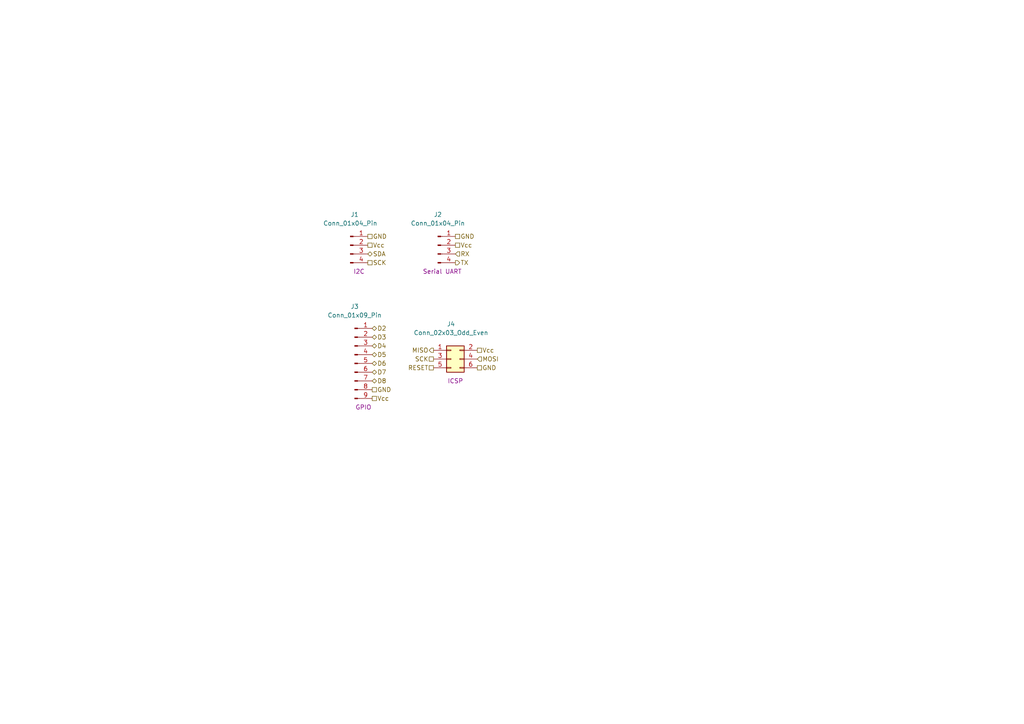
<source format=kicad_sch>
(kicad_sch (version 20230121) (generator eeschema)
  (paper "A4")
  (lib_symbols
    (symbol "Connector:Conn_01x04_Pin" (pin_names (offset 1.016) hide)
      (property "Reference" "J" (at 0 5.08 0))
      (property "Value" "Conn_01x04_Pin" (at 0 -7.62 0))
      (symbol "Conn_01x04_Pin_1_1"
        (polyline (pts (xy 1.27 -5.08) (xy 0.8636 -5.08)) (stroke (width 0.1524)))
        (polyline (pts (xy 1.27 -2.54) (xy 0.8636 -2.54)) (stroke (width 0.1524)))
        (polyline (pts (xy 1.27 0) (xy 0.8636 0)) (stroke (width 0.1524)))
        (polyline (pts (xy 1.27 2.54) (xy 0.8636 2.54)) (stroke (width 0.1524)))
        (rectangle (start 0.8636 -4.953) (end 0 -5.207) (stroke (width 0.1524)) (fill (type outline)))
        (rectangle (start 0.8636 -2.413) (end 0 -2.667) (stroke (width 0.1524)) (fill (type outline)))
        (rectangle (start 0.8636 0.127) (end 0 -0.127) (stroke (width 0.1524)) (fill (type outline)))
        (rectangle (start 0.8636 2.667) (end 0 2.413) (stroke (width 0.1524)) (fill (type outline)))
        (pin passive line (at 5.08 2.54 180) (length 3.81) (name "Pin_1") (number "1"))
        (pin passive line (at 5.08 0 180) (length 3.81) (name "Pin_2") (number "2"))
        (pin passive line (at 5.08 -2.54 180) (length 3.81) (name "Pin_3") (number "3"))
        (pin passive line (at 5.08 -5.08 180) (length 3.81) (name "Pin_4") (number "4"))
      )
    )
    (symbol "Connector:Conn_01x09_Pin" (pin_names (offset 1.016) hide)
      (property "Reference" "J" (at 0 12.7 0))
      (property "Value" "Conn_01x09_Pin" (at 0 -12.7 0))
      (symbol "Conn_01x09_Pin_1_1"
        (polyline (pts (xy 1.27 -10.16) (xy 0.8636 -10.16)) (stroke (width 0.1524)))
        (polyline (pts (xy 1.27 -7.62) (xy 0.8636 -7.62)) (stroke (width 0.1524)))
        (polyline (pts (xy 1.27 -5.08) (xy 0.8636 -5.08)) (stroke (width 0.1524)))
        (polyline (pts (xy 1.27 -2.54) (xy 0.8636 -2.54)) (stroke (width 0.1524)))
        (polyline (pts (xy 1.27 0) (xy 0.8636 0)) (stroke (width 0.1524)))
        (polyline (pts (xy 1.27 2.54) (xy 0.8636 2.54)) (stroke (width 0.1524)))
        (polyline (pts (xy 1.27 5.08) (xy 0.8636 5.08)) (stroke (width 0.1524)))
        (polyline (pts (xy 1.27 7.62) (xy 0.8636 7.62)) (stroke (width 0.1524)))
        (polyline (pts (xy 1.27 10.16) (xy 0.8636 10.16)) (stroke (width 0.1524)))
        (rectangle (start 0.8636 -10.033) (end 0 -10.287) (stroke (width 0.1524)) (fill (type outline)))
        (rectangle (start 0.8636 -7.493) (end 0 -7.747) (stroke (width 0.1524)) (fill (type outline)))
        (rectangle (start 0.8636 -4.953) (end 0 -5.207) (stroke (width 0.1524)) (fill (type outline)))
        (rectangle (start 0.8636 -2.413) (end 0 -2.667) (stroke (width 0.1524)) (fill (type outline)))
        (rectangle (start 0.8636 0.127) (end 0 -0.127) (stroke (width 0.1524)) (fill (type outline)))
        (rectangle (start 0.8636 2.667) (end 0 2.413) (stroke (width 0.1524)) (fill (type outline)))
        (rectangle (start 0.8636 5.207) (end 0 4.953) (stroke (width 0.1524)) (fill (type outline)))
        (rectangle (start 0.8636 7.747) (end 0 7.493) (stroke (width 0.1524)) (fill (type outline)))
        (rectangle (start 0.8636 10.287) (end 0 10.033) (stroke (width 0.1524)) (fill (type outline)))
        (pin passive line (at 5.08 10.16 180) (length 3.81) (name "Pin_1") (number "1"))
        (pin passive line (at 5.08 7.62 180) (length 3.81) (name "Pin_2") (number "2"))
        (pin passive line (at 5.08 5.08 180) (length 3.81) (name "Pin_3") (number "3"))
        (pin passive line (at 5.08 2.54 180) (length 3.81) (name "Pin_4") (number "4"))
        (pin passive line (at 5.08 0 180) (length 3.81) (name "Pin_5") (number "5"))
        (pin passive line (at 5.08 -2.54 180) (length 3.81) (name "Pin_6") (number "6"))
        (pin passive line (at 5.08 -5.08 180) (length 3.81) (name "Pin_7") (number "7"))
        (pin passive line (at 5.08 -7.62 180) (length 3.81) (name "Pin_8") (number "8"))
        (pin passive line (at 5.08 -10.16 180) (length 3.81) (name "Pin_9") (number "9"))
      )
    )
    (symbol "Connector_Generic:Conn_02x03_Odd_Even" (pin_names (offset 1.016) hide)
      (property "Reference" "J" (at 1.27 5.08 0))
      (property "Value" "Conn_02x03_Odd_Even" (at 1.27 -5.08 0))
      (symbol "Conn_02x03_Odd_Even_1_1"
        (rectangle (start -1.27 -2.413) (end 0 -2.667) (stroke (width 0.1524)))
        (rectangle (start -1.27 0.127) (end 0 -0.127) (stroke (width 0.1524)))
        (rectangle (start -1.27 2.667) (end 0 2.413) (stroke (width 0.1524)))
        (rectangle (start -1.27 3.81) (end 3.81 -3.81) (stroke (width 0.254)) (fill (type background)))
        (rectangle (start 3.81 -2.413) (end 2.54 -2.667) (stroke (width 0.1524)))
        (rectangle (start 3.81 0.127) (end 2.54 -0.127) (stroke (width 0.1524)))
        (rectangle (start 3.81 2.667) (end 2.54 2.413) (stroke (width 0.1524)))
        (pin passive line (at -5.08 2.54 0) (length 3.81) (name "Pin_1") (number "1"))
        (pin passive line (at 7.62 2.54 180) (length 3.81) (name "Pin_2") (number "2"))
        (pin passive line (at -5.08 0 0) (length 3.81) (name "Pin_3") (number "3"))
        (pin passive line (at 7.62 0 180) (length 3.81) (name "Pin_4") (number "4"))
        (pin passive line (at -5.08 -2.54 0) (length 3.81) (name "Pin_5") (number "5"))
        (pin passive line (at 7.62 -2.54 180) (length 3.81) (name "Pin_6") (number "6"))
      )
    )
  )
  (hierarchical_label "Vcc" (shape passive) (at 106.68 71.12 0))
  (hierarchical_label "RESET" (shape passive) (at 125.73 106.68 180))
  (hierarchical_label "Vcc" (shape passive) (at 132.08 71.12 0))
  (hierarchical_label "GND" (shape passive) (at 132.08 68.58 0))
  (hierarchical_label "RX" (shape input) (at 132.08 73.66 0))
  (hierarchical_label "GND" (shape passive) (at 106.68 68.58 0))
  (hierarchical_label "D3" (shape bidirectional) (at 107.95 97.79 0))
  (hierarchical_label "GND" (shape passive) (at 138.43 106.68 0))
  (hierarchical_label "MISO" (shape output) (at 125.73 101.6 180))
  (hierarchical_label "D7" (shape bidirectional) (at 107.95 107.95 0))
  (hierarchical_label "D2" (shape bidirectional) (at 107.95 95.25 0))
  (hierarchical_label "SCK" (shape passive) (at 106.68 76.2 0))
  (hierarchical_label "SCK" (shape passive) (at 125.73 104.14 180))
  (hierarchical_label "SDA" (shape bidirectional) (at 106.68 73.66 0))
  (hierarchical_label "MOSI" (shape input) (at 138.43 104.14 0))
  (hierarchical_label "D5" (shape bidirectional) (at 107.95 102.87 0))
  (hierarchical_label "D8" (shape bidirectional) (at 107.95 110.49 0))
  (hierarchical_label "TX" (shape output) (at 132.08 76.2 0))
  (hierarchical_label "Vcc" (shape passive) (at 138.43 101.6 0))
  (hierarchical_label "Vcc" (shape passive) (at 107.95 115.57 0))
  (hierarchical_label "D6" (shape bidirectional) (at 107.95 105.41 0))
  (hierarchical_label "D4" (shape bidirectional) (at 107.95 100.33 0))
  (hierarchical_label "GND" (shape passive) (at 107.95 113.03 0))
  (symbol (lib_id "Connector:Conn_01x09_Pin") (at 102.87 105.41 0) (unit 1)
    (property "Reference" "J3" (at 102.87 88.9 0))
    (property "Value" "Conn_01x09_Pin" (at 102.87 91.44 0))
    (property "Footprint" "Connector_PinHeader_2.54mm:PinHeader_1x09_P2.54mm_Vertical" (effects hide))
    (property "Purpose" "GPIO" (at 105.41 118.11 0))
  )
  (symbol (lib_id "Connector:Conn_01x04_Pin") (at 101.6 71.12 0) (unit 1)
    (property "Reference" "J1" (at 102.87 62.23 0))
    (property "Value" "Conn_01x04_Pin" (at 101.6 64.77 0))
    (property "Footprint" "Connector_PinHeader_2.54mm:PinHeader_1x04_P2.54mm_Vertical" (effects hide))
    (property "Purpose" "I2C" (at 104.14 78.74 0))
  )
  (symbol (lib_id "Connector:Conn_01x04_Pin") (at 127 71.12 0) (unit 1)
    (property "Reference" "J2" (at 127 62.23 0))
    (property "Value" "Conn_01x04_Pin" (at 127 64.77 0))
    (property "Footprint" "Connector_PinHeader_2.54mm:PinHeader_1x04_P2.54mm_Vertical" (effects hide))
    (property "Purpose" "Serial UART" (at 128.27 78.74 0))
  )
  (symbol (lib_id "Connector_Generic:Conn_02x03_Odd_Even") (at 130.81 104.14 0) (unit 1)
    (property "Reference" "J4" (at 130.81 93.98 0))
    (property "Value" "Conn_02x03_Odd_Even" (at 130.81 96.52 0))
    (property "Footprint" "Connector_PinHeader_2.54mm:PinHeader_2x03_P2.54mm_Vertical" (effects hide))
    (property "Purpose" "ICSP" (at 132.08 110.49 0))
  )
)
</source>
